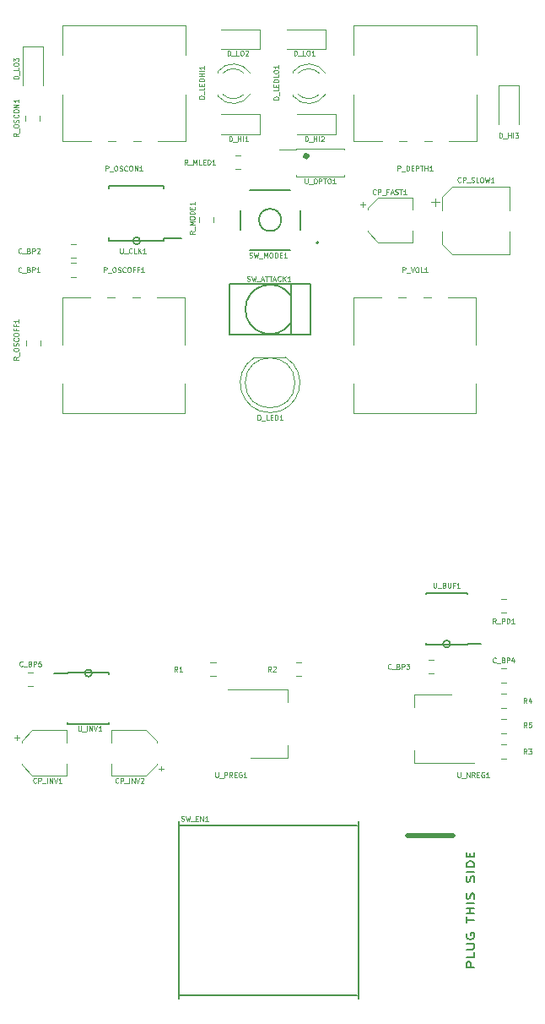
<source format=gbr>
G04 #@! TF.GenerationSoftware,KiCad,Pcbnew,(5.0.0-3-g5ebb6b6)*
G04 #@! TF.CreationDate,2018-11-29T05:39:13+00:00*
G04 #@! TF.ProjectId,Atomizer,41746F6D697A65722E6B696361645F70,rev?*
G04 #@! TF.SameCoordinates,Original*
G04 #@! TF.FileFunction,Legend,Top*
G04 #@! TF.FilePolarity,Positive*
%FSLAX46Y46*%
G04 Gerber Fmt 4.6, Leading zero omitted, Abs format (unit mm)*
G04 Created by KiCad (PCBNEW (5.0.0-3-g5ebb6b6)) date Thursday, 29 November 2018 at 05:39:13*
%MOMM*%
%LPD*%
G01*
G04 APERTURE LIST*
%ADD10C,0.500000*%
%ADD11C,0.200000*%
%ADD12C,0.150000*%
%ADD13C,0.120000*%
%ADD14C,0.127000*%
%ADD15C,0.125000*%
G04 APERTURE END LIST*
D10*
X84428000Y-84455000D02*
G75*
G03X84428000Y-84455000I-100000J0D01*
G01*
D11*
X98784210Y-133350000D02*
G75*
G03X98784210Y-133350000I-359210J0D01*
G01*
X67669210Y-92964000D02*
G75*
G03X67669210Y-92964000I-359210J0D01*
G01*
D10*
X94488000Y-152527000D02*
X99060000Y-152527000D01*
D11*
X62843210Y-136271000D02*
G75*
G03X62843210Y-136271000I-359210J0D01*
G01*
X101199904Y-165758095D02*
X100399904Y-165758095D01*
X100399904Y-165377142D01*
X100438000Y-165281904D01*
X100476095Y-165234285D01*
X100552285Y-165186666D01*
X100666571Y-165186666D01*
X100742761Y-165234285D01*
X100780857Y-165281904D01*
X100818952Y-165377142D01*
X100818952Y-165758095D01*
X101199904Y-164281904D02*
X101199904Y-164758095D01*
X100399904Y-164758095D01*
X100399904Y-163948571D02*
X101047523Y-163948571D01*
X101123714Y-163900952D01*
X101161809Y-163853333D01*
X101199904Y-163758095D01*
X101199904Y-163567619D01*
X101161809Y-163472380D01*
X101123714Y-163424761D01*
X101047523Y-163377142D01*
X100399904Y-163377142D01*
X100438000Y-162377142D02*
X100399904Y-162472380D01*
X100399904Y-162615238D01*
X100438000Y-162758095D01*
X100514190Y-162853333D01*
X100590380Y-162900952D01*
X100742761Y-162948571D01*
X100857047Y-162948571D01*
X101009428Y-162900952D01*
X101085619Y-162853333D01*
X101161809Y-162758095D01*
X101199904Y-162615238D01*
X101199904Y-162520000D01*
X101161809Y-162377142D01*
X101123714Y-162329523D01*
X100857047Y-162329523D01*
X100857047Y-162520000D01*
X100399904Y-161281904D02*
X100399904Y-160710476D01*
X101199904Y-160996190D02*
X100399904Y-160996190D01*
X101199904Y-160377142D02*
X100399904Y-160377142D01*
X100780857Y-160377142D02*
X100780857Y-159805714D01*
X101199904Y-159805714D02*
X100399904Y-159805714D01*
X101199904Y-159329523D02*
X100399904Y-159329523D01*
X101161809Y-158900952D02*
X101199904Y-158758095D01*
X101199904Y-158520000D01*
X101161809Y-158424761D01*
X101123714Y-158377142D01*
X101047523Y-158329523D01*
X100971333Y-158329523D01*
X100895142Y-158377142D01*
X100857047Y-158424761D01*
X100818952Y-158520000D01*
X100780857Y-158710476D01*
X100742761Y-158805714D01*
X100704666Y-158853333D01*
X100628476Y-158900952D01*
X100552285Y-158900952D01*
X100476095Y-158853333D01*
X100438000Y-158805714D01*
X100399904Y-158710476D01*
X100399904Y-158472380D01*
X100438000Y-158329523D01*
X101161809Y-157186666D02*
X101199904Y-157043809D01*
X101199904Y-156805714D01*
X101161809Y-156710476D01*
X101123714Y-156662857D01*
X101047523Y-156615238D01*
X100971333Y-156615238D01*
X100895142Y-156662857D01*
X100857047Y-156710476D01*
X100818952Y-156805714D01*
X100780857Y-156996190D01*
X100742761Y-157091428D01*
X100704666Y-157139047D01*
X100628476Y-157186666D01*
X100552285Y-157186666D01*
X100476095Y-157139047D01*
X100438000Y-157091428D01*
X100399904Y-156996190D01*
X100399904Y-156758095D01*
X100438000Y-156615238D01*
X101199904Y-156186666D02*
X100399904Y-156186666D01*
X101199904Y-155710476D02*
X100399904Y-155710476D01*
X100399904Y-155472380D01*
X100438000Y-155329523D01*
X100514190Y-155234285D01*
X100590380Y-155186666D01*
X100742761Y-155139047D01*
X100857047Y-155139047D01*
X101009428Y-155186666D01*
X101085619Y-155234285D01*
X101161809Y-155329523D01*
X101199904Y-155472380D01*
X101199904Y-155710476D01*
X100780857Y-154710476D02*
X100780857Y-154377142D01*
X101199904Y-154234285D02*
X101199904Y-154710476D01*
X100399904Y-154710476D01*
X100399904Y-154234285D01*
D12*
G04 #@! TO.C,U_CLK1*
X70060000Y-92925000D02*
X70060000Y-92720000D01*
X64560000Y-92925000D02*
X64560000Y-92625000D01*
X64560000Y-87415000D02*
X64560000Y-87715000D01*
X70060000Y-87415000D02*
X70060000Y-87715000D01*
X70060000Y-92925000D02*
X64560000Y-92925000D01*
X70060000Y-87415000D02*
X64560000Y-87415000D01*
X70060000Y-92720000D02*
X71810000Y-92720000D01*
D13*
G04 #@! TO.C,P_VOL1*
X101380000Y-110260000D02*
X89040000Y-110260000D01*
X91840000Y-98670000D02*
X89040000Y-98670000D01*
X94339000Y-98670000D02*
X93580000Y-98670000D01*
X96839000Y-98670000D02*
X96080000Y-98670000D01*
X101380000Y-98670000D02*
X98581000Y-98670000D01*
X89040000Y-107245000D02*
X89040000Y-110260000D01*
X89040000Y-98670000D02*
X89040000Y-103336000D01*
X101380000Y-107245000D02*
X101380000Y-110260000D01*
X101380000Y-98670000D02*
X101380000Y-103336000D01*
G04 #@! TO.C,P_OSCON1*
X59910000Y-82940000D02*
X59910000Y-78274000D01*
X59910000Y-74365000D02*
X59910000Y-71350000D01*
X72250000Y-82940000D02*
X72250000Y-78274000D01*
X72250000Y-74365000D02*
X72250000Y-71350000D01*
X59910000Y-82940000D02*
X62709000Y-82940000D01*
X64451000Y-82940000D02*
X65210000Y-82940000D01*
X66951000Y-82940000D02*
X67710000Y-82940000D01*
X69450000Y-82940000D02*
X72250000Y-82940000D01*
X59910000Y-71350000D02*
X72250000Y-71350000D01*
D12*
G04 #@! TO.C,SW_EN1*
X89433400Y-168541700D02*
X72923400Y-168541700D01*
X72923400Y-168541700D02*
X71653400Y-168541700D01*
X71526400Y-168922700D02*
X71526400Y-151142700D01*
X71653400Y-151523700D02*
X89433400Y-151523700D01*
X89560400Y-151142700D02*
X89560400Y-168922700D01*
D13*
G04 #@! TO.C,D_LED1*
X80708279Y-110178000D02*
G75*
G03X82253571Y-104628000I462J2990000D01*
G01*
X80709203Y-110178000D02*
G75*
G02X79163911Y-104628000I-462J2990000D01*
G01*
X83208741Y-107188000D02*
G75*
G03X83208741Y-107188000I-2500000J0D01*
G01*
X82253741Y-104628000D02*
X79163741Y-104628000D01*
G04 #@! TO.C,U_NREG1*
X101191500Y-145269000D02*
X95181500Y-145269000D01*
X98941500Y-138449000D02*
X95181500Y-138449000D01*
X95181500Y-145269000D02*
X95181500Y-144009000D01*
X95181500Y-138449000D02*
X95181500Y-139709000D01*
G04 #@! TO.C,C_BP1*
X61221252Y-96595000D02*
X60698748Y-96595000D01*
X61221252Y-95175000D02*
X60698748Y-95175000D01*
G04 #@! TO.C,C_BP3*
X97153252Y-134926000D02*
X96630748Y-134926000D01*
X97153252Y-136346000D02*
X96630748Y-136346000D01*
G04 #@! TO.C,C_BP4*
X103878748Y-137235000D02*
X104401252Y-137235000D01*
X103878748Y-135815000D02*
X104401252Y-135815000D01*
G04 #@! TO.C,C_BP5*
X56380748Y-136196000D02*
X56903252Y-136196000D01*
X56380748Y-137616000D02*
X56903252Y-137616000D01*
G04 #@! TO.C,P_DEPTH1*
X89120000Y-82940000D02*
X89120000Y-78274000D01*
X89120000Y-74365000D02*
X89120000Y-71350000D01*
X101460000Y-82940000D02*
X101460000Y-78274000D01*
X101460000Y-74365000D02*
X101460000Y-71350000D01*
X89120000Y-82940000D02*
X91919000Y-82940000D01*
X93661000Y-82940000D02*
X94420000Y-82940000D01*
X96161000Y-82940000D02*
X96920000Y-82940000D01*
X98660000Y-82940000D02*
X101460000Y-82940000D01*
X89120000Y-71350000D02*
X101460000Y-71350000D01*
G04 #@! TO.C,R1*
X75242052Y-135180000D02*
X74719548Y-135180000D01*
X75242052Y-136600000D02*
X74719548Y-136600000D01*
G04 #@! TO.C,R2*
X83827252Y-136600000D02*
X83304748Y-136600000D01*
X83827252Y-135180000D02*
X83304748Y-135180000D01*
G04 #@! TO.C,R3*
X103878748Y-143435000D02*
X104401252Y-143435000D01*
X103878748Y-144855000D02*
X104401252Y-144855000D01*
G04 #@! TO.C,R4*
X104401252Y-139775000D02*
X103878748Y-139775000D01*
X104401252Y-138355000D02*
X103878748Y-138355000D01*
G04 #@! TO.C,R5*
X104401252Y-140895000D02*
X103878748Y-140895000D01*
X104401252Y-142315000D02*
X103878748Y-142315000D01*
D12*
G04 #@! TO.C,U_BUF1*
X100500000Y-133335000D02*
X101900000Y-133335000D01*
X100500000Y-128235000D02*
X96350000Y-128235000D01*
X100500000Y-133385000D02*
X96350000Y-133385000D01*
X100500000Y-128235000D02*
X100500000Y-128380000D01*
X96350000Y-128235000D02*
X96350000Y-128380000D01*
X96350000Y-133385000D02*
X96350000Y-133240000D01*
X100500000Y-133385000D02*
X100500000Y-133335000D01*
D13*
G04 #@! TO.C,U_PREG1*
X82491500Y-144761000D02*
X82491500Y-143501000D01*
X82491500Y-137941000D02*
X82491500Y-139201000D01*
X78731500Y-144761000D02*
X82491500Y-144761000D01*
X76481500Y-137941000D02*
X82491500Y-137941000D01*
G04 #@! TO.C,CP_INV1*
X55289000Y-142462000D02*
X55289000Y-142962000D01*
X55039000Y-142712000D02*
X55539000Y-142712000D01*
X55779000Y-145467563D02*
X56843437Y-146532000D01*
X55779000Y-143076437D02*
X56843437Y-142012000D01*
X55779000Y-143076437D02*
X55779000Y-143212000D01*
X55779000Y-145467563D02*
X55779000Y-145332000D01*
X56843437Y-146532000D02*
X60299000Y-146532000D01*
X56843437Y-142012000D02*
X60299000Y-142012000D01*
X60299000Y-142012000D02*
X60299000Y-143212000D01*
X60299000Y-146532000D02*
X60299000Y-145332000D01*
G04 #@! TO.C,CP_INV2*
X64796000Y-142012000D02*
X64796000Y-143212000D01*
X64796000Y-146532000D02*
X64796000Y-145332000D01*
X68251563Y-146532000D02*
X64796000Y-146532000D01*
X68251563Y-142012000D02*
X64796000Y-142012000D01*
X69316000Y-143076437D02*
X69316000Y-143212000D01*
X69316000Y-145467563D02*
X69316000Y-145332000D01*
X69316000Y-145467563D02*
X68251563Y-146532000D01*
X69316000Y-143076437D02*
X68251563Y-142012000D01*
X70056000Y-145832000D02*
X69556000Y-145832000D01*
X69806000Y-146082000D02*
X69806000Y-145582000D01*
G04 #@! TO.C,R_OSCOFF1*
X56249500Y-102926248D02*
X56249500Y-103448752D01*
X57669500Y-102926248D02*
X57669500Y-103448752D01*
G04 #@! TO.C,R_OSCON1*
X56186000Y-80906252D02*
X56186000Y-80383748D01*
X57606000Y-80906252D02*
X57606000Y-80383748D01*
G04 #@! TO.C,P_OSCOFF1*
X72170000Y-110260000D02*
X59830000Y-110260000D01*
X62630000Y-98670000D02*
X59830000Y-98670000D01*
X65129000Y-98670000D02*
X64370000Y-98670000D01*
X67629000Y-98670000D02*
X66870000Y-98670000D01*
X72170000Y-98670000D02*
X69371000Y-98670000D01*
X59830000Y-107245000D02*
X59830000Y-110260000D01*
X59830000Y-98670000D02*
X59830000Y-103336000D01*
X72170000Y-107245000D02*
X72170000Y-110260000D01*
X72170000Y-98670000D02*
X72170000Y-103336000D01*
D12*
G04 #@! TO.C,U_INV1*
X60409000Y-136286000D02*
X59009000Y-136286000D01*
X60409000Y-141386000D02*
X64559000Y-141386000D01*
X60409000Y-136236000D02*
X64559000Y-136236000D01*
X60409000Y-141386000D02*
X60409000Y-141241000D01*
X64559000Y-141386000D02*
X64559000Y-141241000D01*
X64559000Y-136236000D02*
X64559000Y-136381000D01*
X60409000Y-136236000D02*
X60409000Y-136286000D01*
D13*
G04 #@! TO.C,U_OPTO1*
X88125000Y-83690000D02*
X88125000Y-83840000D01*
X83325000Y-83690000D02*
X88125000Y-83690000D01*
X83325000Y-83840000D02*
X83325000Y-83690000D01*
X83325000Y-86490000D02*
X83325000Y-86340000D01*
X88125000Y-86490000D02*
X83325000Y-86490000D01*
X88125000Y-86340000D02*
X88125000Y-86490000D01*
X83325000Y-83840000D02*
X81625000Y-83840000D01*
G04 #@! TO.C,CP_FAST1*
X95033500Y-93128500D02*
X95033500Y-91928500D01*
X95033500Y-88608500D02*
X95033500Y-89808500D01*
X91577937Y-88608500D02*
X95033500Y-88608500D01*
X91577937Y-93128500D02*
X95033500Y-93128500D01*
X90513500Y-92064063D02*
X90513500Y-91928500D01*
X90513500Y-89672937D02*
X90513500Y-89808500D01*
X90513500Y-89672937D02*
X91577937Y-88608500D01*
X90513500Y-92064063D02*
X91577937Y-93128500D01*
X89773500Y-89308500D02*
X90273500Y-89308500D01*
X90023500Y-89058500D02*
X90023500Y-89558500D01*
G04 #@! TO.C,CP_SLOW1*
X104756000Y-94342000D02*
X104756000Y-91992000D01*
X104756000Y-87522000D02*
X104756000Y-89872000D01*
X99000437Y-87522000D02*
X104756000Y-87522000D01*
X99000437Y-94342000D02*
X104756000Y-94342000D01*
X97936000Y-93277563D02*
X97936000Y-91992000D01*
X97936000Y-88586437D02*
X97936000Y-89872000D01*
X97936000Y-88586437D02*
X99000437Y-87522000D01*
X97936000Y-93277563D02*
X99000437Y-94342000D01*
X96908500Y-89084500D02*
X97696000Y-89084500D01*
X97302250Y-88690750D02*
X97302250Y-89478250D01*
D12*
G04 #@! TO.C,SW_ATTACK1*
X82781918Y-98466461D02*
G75*
G03X82781381Y-101178360I-2073177J-1355539D01*
G01*
X82791541Y-102362000D02*
X82791541Y-97282000D01*
X84772741Y-97282000D02*
X76644741Y-97282000D01*
X84772741Y-102362000D02*
X84772741Y-97282000D01*
X76644741Y-102362000D02*
X84772741Y-102362000D01*
X76644741Y-97282000D02*
X76644741Y-102362000D01*
D13*
G04 #@! TO.C,C_BP2*
X61221252Y-94690000D02*
X60698748Y-94690000D01*
X61221252Y-93270000D02*
X60698748Y-93270000D01*
G04 #@! TO.C,R_MODE1*
X73585000Y-91066252D02*
X73585000Y-90543748D01*
X75005000Y-91066252D02*
X75005000Y-90543748D01*
G04 #@! TO.C,R_PD1*
X103878748Y-128830000D02*
X104401252Y-128830000D01*
X103878748Y-130250000D02*
X104401252Y-130250000D01*
D14*
G04 #@! TO.C,SW_MODE1*
X82708500Y-93868500D02*
X78708500Y-93868500D01*
X77708500Y-91868500D02*
X77708500Y-89868500D01*
X83708500Y-91868500D02*
X83708500Y-89868500D01*
X82708500Y-87868500D02*
X78708500Y-87868500D01*
X81826530Y-90868500D02*
G75*
G03X81826530Y-90868500I-1118030J0D01*
G01*
D11*
X85541500Y-93139600D02*
G75*
G03X85541500Y-93139600I-100000J0D01*
G01*
D13*
G04 #@! TO.C,D_HI1*
X79720000Y-82280000D02*
X75820000Y-82280000D01*
X79720000Y-80280000D02*
X75820000Y-80280000D01*
X79720000Y-82280000D02*
X79720000Y-80280000D01*
G04 #@! TO.C,D_HI2*
X87340000Y-82280000D02*
X87340000Y-80280000D01*
X87340000Y-80280000D02*
X83440000Y-80280000D01*
X87340000Y-82280000D02*
X83440000Y-82280000D01*
G04 #@! TO.C,D_HI3*
X105648000Y-77379000D02*
X105648000Y-81279000D01*
X103648000Y-77379000D02*
X103648000Y-81279000D01*
X105648000Y-77379000D02*
X103648000Y-77379000D01*
G04 #@! TO.C,D_LEDHI1*
X75465500Y-78296000D02*
X75465500Y-78452000D01*
X75465500Y-75980000D02*
X75465500Y-76136000D01*
X78066630Y-78295837D02*
G75*
G02X75984539Y-78296000I-1041130J1079837D01*
G01*
X78066630Y-76136163D02*
G75*
G03X75984539Y-76136000I-1041130J-1079837D01*
G01*
X78697835Y-78294608D02*
G75*
G02X75465500Y-78451516I-1672335J1078608D01*
G01*
X78697835Y-76137392D02*
G75*
G03X75465500Y-75980484I-1672335J-1078608D01*
G01*
G04 #@! TO.C,D_LEDLO1*
X86254335Y-76137392D02*
G75*
G03X83022000Y-75980484I-1672335J-1078608D01*
G01*
X86254335Y-78294608D02*
G75*
G02X83022000Y-78451516I-1672335J1078608D01*
G01*
X85623130Y-76136163D02*
G75*
G03X83541039Y-76136000I-1041130J-1079837D01*
G01*
X85623130Y-78295837D02*
G75*
G02X83541039Y-78296000I-1041130J1079837D01*
G01*
X83022000Y-75980000D02*
X83022000Y-76136000D01*
X83022000Y-78296000D02*
X83022000Y-78452000D01*
G04 #@! TO.C,D_LO1*
X86324000Y-73771000D02*
X82424000Y-73771000D01*
X86324000Y-71771000D02*
X82424000Y-71771000D01*
X86324000Y-73771000D02*
X86324000Y-71771000D01*
G04 #@! TO.C,D_LO2*
X79720000Y-73771000D02*
X79720000Y-71771000D01*
X79720000Y-71771000D02*
X75820000Y-71771000D01*
X79720000Y-73771000D02*
X75820000Y-73771000D01*
G04 #@! TO.C,D_LO3*
X57896000Y-73442000D02*
X55896000Y-73442000D01*
X55896000Y-73442000D02*
X55896000Y-77342000D01*
X57896000Y-73442000D02*
X57896000Y-77342000D01*
G04 #@! TO.C,R_MLED1*
X77208748Y-84380000D02*
X77731252Y-84380000D01*
X77208748Y-85800000D02*
X77731252Y-85800000D01*
G04 #@! TO.C,U_CLK1*
D15*
X65655190Y-93706190D02*
X65655190Y-94110952D01*
X65679000Y-94158571D01*
X65702809Y-94182380D01*
X65750428Y-94206190D01*
X65845666Y-94206190D01*
X65893285Y-94182380D01*
X65917095Y-94158571D01*
X65940904Y-94110952D01*
X65940904Y-93706190D01*
X66059952Y-94253809D02*
X66440904Y-94253809D01*
X66845666Y-94158571D02*
X66821857Y-94182380D01*
X66750428Y-94206190D01*
X66702809Y-94206190D01*
X66631380Y-94182380D01*
X66583761Y-94134761D01*
X66559952Y-94087142D01*
X66536142Y-93991904D01*
X66536142Y-93920476D01*
X66559952Y-93825238D01*
X66583761Y-93777619D01*
X66631380Y-93730000D01*
X66702809Y-93706190D01*
X66750428Y-93706190D01*
X66821857Y-93730000D01*
X66845666Y-93753809D01*
X67298047Y-94206190D02*
X67059952Y-94206190D01*
X67059952Y-93706190D01*
X67464714Y-94206190D02*
X67464714Y-93706190D01*
X67750428Y-94206190D02*
X67536142Y-93920476D01*
X67750428Y-93706190D02*
X67464714Y-93991904D01*
X68226619Y-94206190D02*
X67940904Y-94206190D01*
X68083761Y-94206190D02*
X68083761Y-93706190D01*
X68036142Y-93777619D01*
X67988523Y-93825238D01*
X67940904Y-93849047D01*
G04 #@! TO.C,P_VOL1*
X94011904Y-96111190D02*
X94011904Y-95611190D01*
X94202380Y-95611190D01*
X94250000Y-95635000D01*
X94273809Y-95658809D01*
X94297619Y-95706428D01*
X94297619Y-95777857D01*
X94273809Y-95825476D01*
X94250000Y-95849285D01*
X94202380Y-95873095D01*
X94011904Y-95873095D01*
X94392857Y-96158809D02*
X94773809Y-96158809D01*
X94821428Y-95611190D02*
X94988095Y-96111190D01*
X95154761Y-95611190D01*
X95416666Y-95611190D02*
X95511904Y-95611190D01*
X95559523Y-95635000D01*
X95607142Y-95682619D01*
X95630952Y-95777857D01*
X95630952Y-95944523D01*
X95607142Y-96039761D01*
X95559523Y-96087380D01*
X95511904Y-96111190D01*
X95416666Y-96111190D01*
X95369047Y-96087380D01*
X95321428Y-96039761D01*
X95297619Y-95944523D01*
X95297619Y-95777857D01*
X95321428Y-95682619D01*
X95369047Y-95635000D01*
X95416666Y-95611190D01*
X96083333Y-96111190D02*
X95845238Y-96111190D01*
X95845238Y-95611190D01*
X96511904Y-96111190D02*
X96226190Y-96111190D01*
X96369047Y-96111190D02*
X96369047Y-95611190D01*
X96321428Y-95682619D01*
X96273809Y-95730238D01*
X96226190Y-95754047D01*
G04 #@! TO.C,P_OSCON1*
X64206666Y-85951190D02*
X64206666Y-85451190D01*
X64397142Y-85451190D01*
X64444761Y-85475000D01*
X64468571Y-85498809D01*
X64492380Y-85546428D01*
X64492380Y-85617857D01*
X64468571Y-85665476D01*
X64444761Y-85689285D01*
X64397142Y-85713095D01*
X64206666Y-85713095D01*
X64587619Y-85998809D02*
X64968571Y-85998809D01*
X65182857Y-85451190D02*
X65278095Y-85451190D01*
X65325714Y-85475000D01*
X65373333Y-85522619D01*
X65397142Y-85617857D01*
X65397142Y-85784523D01*
X65373333Y-85879761D01*
X65325714Y-85927380D01*
X65278095Y-85951190D01*
X65182857Y-85951190D01*
X65135238Y-85927380D01*
X65087619Y-85879761D01*
X65063809Y-85784523D01*
X65063809Y-85617857D01*
X65087619Y-85522619D01*
X65135238Y-85475000D01*
X65182857Y-85451190D01*
X65587619Y-85927380D02*
X65659047Y-85951190D01*
X65778095Y-85951190D01*
X65825714Y-85927380D01*
X65849523Y-85903571D01*
X65873333Y-85855952D01*
X65873333Y-85808333D01*
X65849523Y-85760714D01*
X65825714Y-85736904D01*
X65778095Y-85713095D01*
X65682857Y-85689285D01*
X65635238Y-85665476D01*
X65611428Y-85641666D01*
X65587619Y-85594047D01*
X65587619Y-85546428D01*
X65611428Y-85498809D01*
X65635238Y-85475000D01*
X65682857Y-85451190D01*
X65801904Y-85451190D01*
X65873333Y-85475000D01*
X66373333Y-85903571D02*
X66349523Y-85927380D01*
X66278095Y-85951190D01*
X66230476Y-85951190D01*
X66159047Y-85927380D01*
X66111428Y-85879761D01*
X66087619Y-85832142D01*
X66063809Y-85736904D01*
X66063809Y-85665476D01*
X66087619Y-85570238D01*
X66111428Y-85522619D01*
X66159047Y-85475000D01*
X66230476Y-85451190D01*
X66278095Y-85451190D01*
X66349523Y-85475000D01*
X66373333Y-85498809D01*
X66682857Y-85451190D02*
X66778095Y-85451190D01*
X66825714Y-85475000D01*
X66873333Y-85522619D01*
X66897142Y-85617857D01*
X66897142Y-85784523D01*
X66873333Y-85879761D01*
X66825714Y-85927380D01*
X66778095Y-85951190D01*
X66682857Y-85951190D01*
X66635238Y-85927380D01*
X66587619Y-85879761D01*
X66563809Y-85784523D01*
X66563809Y-85617857D01*
X66587619Y-85522619D01*
X66635238Y-85475000D01*
X66682857Y-85451190D01*
X67111428Y-85951190D02*
X67111428Y-85451190D01*
X67397142Y-85951190D01*
X67397142Y-85451190D01*
X67897142Y-85951190D02*
X67611428Y-85951190D01*
X67754285Y-85951190D02*
X67754285Y-85451190D01*
X67706666Y-85522619D01*
X67659047Y-85570238D01*
X67611428Y-85594047D01*
G04 #@! TO.C,SW_EN1*
X71806761Y-151078380D02*
X71878190Y-151102190D01*
X71997238Y-151102190D01*
X72044857Y-151078380D01*
X72068666Y-151054571D01*
X72092476Y-151006952D01*
X72092476Y-150959333D01*
X72068666Y-150911714D01*
X72044857Y-150887904D01*
X71997238Y-150864095D01*
X71902000Y-150840285D01*
X71854380Y-150816476D01*
X71830571Y-150792666D01*
X71806761Y-150745047D01*
X71806761Y-150697428D01*
X71830571Y-150649809D01*
X71854380Y-150626000D01*
X71902000Y-150602190D01*
X72021047Y-150602190D01*
X72092476Y-150626000D01*
X72259142Y-150602190D02*
X72378190Y-151102190D01*
X72473428Y-150745047D01*
X72568666Y-151102190D01*
X72687714Y-150602190D01*
X72759142Y-151149809D02*
X73140095Y-151149809D01*
X73259142Y-150840285D02*
X73425809Y-150840285D01*
X73497238Y-151102190D02*
X73259142Y-151102190D01*
X73259142Y-150602190D01*
X73497238Y-150602190D01*
X73711523Y-151102190D02*
X73711523Y-150602190D01*
X73997238Y-151102190D01*
X73997238Y-150602190D01*
X74497238Y-151102190D02*
X74211523Y-151102190D01*
X74354380Y-151102190D02*
X74354380Y-150602190D01*
X74306761Y-150673619D01*
X74259142Y-150721238D01*
X74211523Y-150745047D01*
G04 #@! TO.C,D_LED1*
X79470404Y-110906690D02*
X79470404Y-110406690D01*
X79589452Y-110406690D01*
X79660880Y-110430500D01*
X79708500Y-110478119D01*
X79732309Y-110525738D01*
X79756119Y-110620976D01*
X79756119Y-110692404D01*
X79732309Y-110787642D01*
X79708500Y-110835261D01*
X79660880Y-110882880D01*
X79589452Y-110906690D01*
X79470404Y-110906690D01*
X79851357Y-110954309D02*
X80232309Y-110954309D01*
X80589452Y-110906690D02*
X80351357Y-110906690D01*
X80351357Y-110406690D01*
X80756119Y-110644785D02*
X80922785Y-110644785D01*
X80994214Y-110906690D02*
X80756119Y-110906690D01*
X80756119Y-110406690D01*
X80994214Y-110406690D01*
X81208500Y-110906690D02*
X81208500Y-110406690D01*
X81327547Y-110406690D01*
X81398976Y-110430500D01*
X81446595Y-110478119D01*
X81470404Y-110525738D01*
X81494214Y-110620976D01*
X81494214Y-110692404D01*
X81470404Y-110787642D01*
X81446595Y-110835261D01*
X81398976Y-110882880D01*
X81327547Y-110906690D01*
X81208500Y-110906690D01*
X81970404Y-110906690D02*
X81684690Y-110906690D01*
X81827547Y-110906690D02*
X81827547Y-110406690D01*
X81779928Y-110478119D01*
X81732309Y-110525738D01*
X81684690Y-110549547D01*
G04 #@! TO.C,U_NREG1*
X99532476Y-146220690D02*
X99532476Y-146625452D01*
X99556285Y-146673071D01*
X99580095Y-146696880D01*
X99627714Y-146720690D01*
X99722952Y-146720690D01*
X99770571Y-146696880D01*
X99794380Y-146673071D01*
X99818190Y-146625452D01*
X99818190Y-146220690D01*
X99937238Y-146768309D02*
X100318190Y-146768309D01*
X100437238Y-146720690D02*
X100437238Y-146220690D01*
X100722952Y-146720690D01*
X100722952Y-146220690D01*
X101246761Y-146720690D02*
X101080095Y-146482595D01*
X100961047Y-146720690D02*
X100961047Y-146220690D01*
X101151523Y-146220690D01*
X101199142Y-146244500D01*
X101222952Y-146268309D01*
X101246761Y-146315928D01*
X101246761Y-146387357D01*
X101222952Y-146434976D01*
X101199142Y-146458785D01*
X101151523Y-146482595D01*
X100961047Y-146482595D01*
X101461047Y-146458785D02*
X101627714Y-146458785D01*
X101699142Y-146720690D02*
X101461047Y-146720690D01*
X101461047Y-146220690D01*
X101699142Y-146220690D01*
X102175333Y-146244500D02*
X102127714Y-146220690D01*
X102056285Y-146220690D01*
X101984857Y-146244500D01*
X101937238Y-146292119D01*
X101913428Y-146339738D01*
X101889619Y-146434976D01*
X101889619Y-146506404D01*
X101913428Y-146601642D01*
X101937238Y-146649261D01*
X101984857Y-146696880D01*
X102056285Y-146720690D01*
X102103904Y-146720690D01*
X102175333Y-146696880D01*
X102199142Y-146673071D01*
X102199142Y-146506404D01*
X102103904Y-146506404D01*
X102675333Y-146720690D02*
X102389619Y-146720690D01*
X102532476Y-146720690D02*
X102532476Y-146220690D01*
X102484857Y-146292119D01*
X102437238Y-146339738D01*
X102389619Y-146363547D01*
G04 #@! TO.C,C_BP1*
X55741190Y-96063571D02*
X55717380Y-96087380D01*
X55645952Y-96111190D01*
X55598333Y-96111190D01*
X55526904Y-96087380D01*
X55479285Y-96039761D01*
X55455476Y-95992142D01*
X55431666Y-95896904D01*
X55431666Y-95825476D01*
X55455476Y-95730238D01*
X55479285Y-95682619D01*
X55526904Y-95635000D01*
X55598333Y-95611190D01*
X55645952Y-95611190D01*
X55717380Y-95635000D01*
X55741190Y-95658809D01*
X55836428Y-96158809D02*
X56217380Y-96158809D01*
X56503095Y-95849285D02*
X56574523Y-95873095D01*
X56598333Y-95896904D01*
X56622142Y-95944523D01*
X56622142Y-96015952D01*
X56598333Y-96063571D01*
X56574523Y-96087380D01*
X56526904Y-96111190D01*
X56336428Y-96111190D01*
X56336428Y-95611190D01*
X56503095Y-95611190D01*
X56550714Y-95635000D01*
X56574523Y-95658809D01*
X56598333Y-95706428D01*
X56598333Y-95754047D01*
X56574523Y-95801666D01*
X56550714Y-95825476D01*
X56503095Y-95849285D01*
X56336428Y-95849285D01*
X56836428Y-96111190D02*
X56836428Y-95611190D01*
X57026904Y-95611190D01*
X57074523Y-95635000D01*
X57098333Y-95658809D01*
X57122142Y-95706428D01*
X57122142Y-95777857D01*
X57098333Y-95825476D01*
X57074523Y-95849285D01*
X57026904Y-95873095D01*
X56836428Y-95873095D01*
X57598333Y-96111190D02*
X57312619Y-96111190D01*
X57455476Y-96111190D02*
X57455476Y-95611190D01*
X57407857Y-95682619D01*
X57360238Y-95730238D01*
X57312619Y-95754047D01*
G04 #@! TO.C,C_BP3*
X92825190Y-135814571D02*
X92801380Y-135838380D01*
X92729952Y-135862190D01*
X92682333Y-135862190D01*
X92610904Y-135838380D01*
X92563285Y-135790761D01*
X92539476Y-135743142D01*
X92515666Y-135647904D01*
X92515666Y-135576476D01*
X92539476Y-135481238D01*
X92563285Y-135433619D01*
X92610904Y-135386000D01*
X92682333Y-135362190D01*
X92729952Y-135362190D01*
X92801380Y-135386000D01*
X92825190Y-135409809D01*
X92920428Y-135909809D02*
X93301380Y-135909809D01*
X93587095Y-135600285D02*
X93658523Y-135624095D01*
X93682333Y-135647904D01*
X93706142Y-135695523D01*
X93706142Y-135766952D01*
X93682333Y-135814571D01*
X93658523Y-135838380D01*
X93610904Y-135862190D01*
X93420428Y-135862190D01*
X93420428Y-135362190D01*
X93587095Y-135362190D01*
X93634714Y-135386000D01*
X93658523Y-135409809D01*
X93682333Y-135457428D01*
X93682333Y-135505047D01*
X93658523Y-135552666D01*
X93634714Y-135576476D01*
X93587095Y-135600285D01*
X93420428Y-135600285D01*
X93920428Y-135862190D02*
X93920428Y-135362190D01*
X94110904Y-135362190D01*
X94158523Y-135386000D01*
X94182333Y-135409809D01*
X94206142Y-135457428D01*
X94206142Y-135528857D01*
X94182333Y-135576476D01*
X94158523Y-135600285D01*
X94110904Y-135624095D01*
X93920428Y-135624095D01*
X94372809Y-135362190D02*
X94682333Y-135362190D01*
X94515666Y-135552666D01*
X94587095Y-135552666D01*
X94634714Y-135576476D01*
X94658523Y-135600285D01*
X94682333Y-135647904D01*
X94682333Y-135766952D01*
X94658523Y-135814571D01*
X94634714Y-135838380D01*
X94587095Y-135862190D01*
X94444238Y-135862190D01*
X94396619Y-135838380D01*
X94372809Y-135814571D01*
G04 #@! TO.C,C_BP4*
X103366190Y-135179571D02*
X103342380Y-135203380D01*
X103270952Y-135227190D01*
X103223333Y-135227190D01*
X103151904Y-135203380D01*
X103104285Y-135155761D01*
X103080476Y-135108142D01*
X103056666Y-135012904D01*
X103056666Y-134941476D01*
X103080476Y-134846238D01*
X103104285Y-134798619D01*
X103151904Y-134751000D01*
X103223333Y-134727190D01*
X103270952Y-134727190D01*
X103342380Y-134751000D01*
X103366190Y-134774809D01*
X103461428Y-135274809D02*
X103842380Y-135274809D01*
X104128095Y-134965285D02*
X104199523Y-134989095D01*
X104223333Y-135012904D01*
X104247142Y-135060523D01*
X104247142Y-135131952D01*
X104223333Y-135179571D01*
X104199523Y-135203380D01*
X104151904Y-135227190D01*
X103961428Y-135227190D01*
X103961428Y-134727190D01*
X104128095Y-134727190D01*
X104175714Y-134751000D01*
X104199523Y-134774809D01*
X104223333Y-134822428D01*
X104223333Y-134870047D01*
X104199523Y-134917666D01*
X104175714Y-134941476D01*
X104128095Y-134965285D01*
X103961428Y-134965285D01*
X104461428Y-135227190D02*
X104461428Y-134727190D01*
X104651904Y-134727190D01*
X104699523Y-134751000D01*
X104723333Y-134774809D01*
X104747142Y-134822428D01*
X104747142Y-134893857D01*
X104723333Y-134941476D01*
X104699523Y-134965285D01*
X104651904Y-134989095D01*
X104461428Y-134989095D01*
X105175714Y-134893857D02*
X105175714Y-135227190D01*
X105056666Y-134703380D02*
X104937619Y-135060523D01*
X105247142Y-135060523D01*
G04 #@! TO.C,C_BP5*
X55868190Y-135560571D02*
X55844380Y-135584380D01*
X55772952Y-135608190D01*
X55725333Y-135608190D01*
X55653904Y-135584380D01*
X55606285Y-135536761D01*
X55582476Y-135489142D01*
X55558666Y-135393904D01*
X55558666Y-135322476D01*
X55582476Y-135227238D01*
X55606285Y-135179619D01*
X55653904Y-135132000D01*
X55725333Y-135108190D01*
X55772952Y-135108190D01*
X55844380Y-135132000D01*
X55868190Y-135155809D01*
X55963428Y-135655809D02*
X56344380Y-135655809D01*
X56630095Y-135346285D02*
X56701523Y-135370095D01*
X56725333Y-135393904D01*
X56749142Y-135441523D01*
X56749142Y-135512952D01*
X56725333Y-135560571D01*
X56701523Y-135584380D01*
X56653904Y-135608190D01*
X56463428Y-135608190D01*
X56463428Y-135108190D01*
X56630095Y-135108190D01*
X56677714Y-135132000D01*
X56701523Y-135155809D01*
X56725333Y-135203428D01*
X56725333Y-135251047D01*
X56701523Y-135298666D01*
X56677714Y-135322476D01*
X56630095Y-135346285D01*
X56463428Y-135346285D01*
X56963428Y-135608190D02*
X56963428Y-135108190D01*
X57153904Y-135108190D01*
X57201523Y-135132000D01*
X57225333Y-135155809D01*
X57249142Y-135203428D01*
X57249142Y-135274857D01*
X57225333Y-135322476D01*
X57201523Y-135346285D01*
X57153904Y-135370095D01*
X56963428Y-135370095D01*
X57701523Y-135108190D02*
X57463428Y-135108190D01*
X57439619Y-135346285D01*
X57463428Y-135322476D01*
X57511047Y-135298666D01*
X57630095Y-135298666D01*
X57677714Y-135322476D01*
X57701523Y-135346285D01*
X57725333Y-135393904D01*
X57725333Y-135512952D01*
X57701523Y-135560571D01*
X57677714Y-135584380D01*
X57630095Y-135608190D01*
X57511047Y-135608190D01*
X57463428Y-135584380D01*
X57439619Y-135560571D01*
G04 #@! TO.C,P_DEPTH1*
X93511904Y-85951190D02*
X93511904Y-85451190D01*
X93702380Y-85451190D01*
X93750000Y-85475000D01*
X93773809Y-85498809D01*
X93797619Y-85546428D01*
X93797619Y-85617857D01*
X93773809Y-85665476D01*
X93750000Y-85689285D01*
X93702380Y-85713095D01*
X93511904Y-85713095D01*
X93892857Y-85998809D02*
X94273809Y-85998809D01*
X94392857Y-85951190D02*
X94392857Y-85451190D01*
X94511904Y-85451190D01*
X94583333Y-85475000D01*
X94630952Y-85522619D01*
X94654761Y-85570238D01*
X94678571Y-85665476D01*
X94678571Y-85736904D01*
X94654761Y-85832142D01*
X94630952Y-85879761D01*
X94583333Y-85927380D01*
X94511904Y-85951190D01*
X94392857Y-85951190D01*
X94892857Y-85689285D02*
X95059523Y-85689285D01*
X95130952Y-85951190D02*
X94892857Y-85951190D01*
X94892857Y-85451190D01*
X95130952Y-85451190D01*
X95345238Y-85951190D02*
X95345238Y-85451190D01*
X95535714Y-85451190D01*
X95583333Y-85475000D01*
X95607142Y-85498809D01*
X95630952Y-85546428D01*
X95630952Y-85617857D01*
X95607142Y-85665476D01*
X95583333Y-85689285D01*
X95535714Y-85713095D01*
X95345238Y-85713095D01*
X95773809Y-85451190D02*
X96059523Y-85451190D01*
X95916666Y-85951190D02*
X95916666Y-85451190D01*
X96226190Y-85951190D02*
X96226190Y-85451190D01*
X96226190Y-85689285D02*
X96511904Y-85689285D01*
X96511904Y-85951190D02*
X96511904Y-85451190D01*
X97011904Y-85951190D02*
X96726190Y-85951190D01*
X96869047Y-85951190D02*
X96869047Y-85451190D01*
X96821428Y-85522619D01*
X96773809Y-85570238D01*
X96726190Y-85594047D01*
G04 #@! TO.C,R1*
X71417666Y-136116190D02*
X71251000Y-135878095D01*
X71131952Y-136116190D02*
X71131952Y-135616190D01*
X71322428Y-135616190D01*
X71370047Y-135640000D01*
X71393857Y-135663809D01*
X71417666Y-135711428D01*
X71417666Y-135782857D01*
X71393857Y-135830476D01*
X71370047Y-135854285D01*
X71322428Y-135878095D01*
X71131952Y-135878095D01*
X71893857Y-136116190D02*
X71608142Y-136116190D01*
X71751000Y-136116190D02*
X71751000Y-135616190D01*
X71703380Y-135687619D01*
X71655761Y-135735238D01*
X71608142Y-135759047D01*
G04 #@! TO.C,R2*
X80815666Y-136116190D02*
X80649000Y-135878095D01*
X80529952Y-136116190D02*
X80529952Y-135616190D01*
X80720428Y-135616190D01*
X80768047Y-135640000D01*
X80791857Y-135663809D01*
X80815666Y-135711428D01*
X80815666Y-135782857D01*
X80791857Y-135830476D01*
X80768047Y-135854285D01*
X80720428Y-135878095D01*
X80529952Y-135878095D01*
X81006142Y-135663809D02*
X81029952Y-135640000D01*
X81077571Y-135616190D01*
X81196619Y-135616190D01*
X81244238Y-135640000D01*
X81268047Y-135663809D01*
X81291857Y-135711428D01*
X81291857Y-135759047D01*
X81268047Y-135830476D01*
X80982333Y-136116190D01*
X81291857Y-136116190D01*
G04 #@! TO.C,R3*
X106469666Y-144371190D02*
X106303000Y-144133095D01*
X106183952Y-144371190D02*
X106183952Y-143871190D01*
X106374428Y-143871190D01*
X106422047Y-143895000D01*
X106445857Y-143918809D01*
X106469666Y-143966428D01*
X106469666Y-144037857D01*
X106445857Y-144085476D01*
X106422047Y-144109285D01*
X106374428Y-144133095D01*
X106183952Y-144133095D01*
X106636333Y-143871190D02*
X106945857Y-143871190D01*
X106779190Y-144061666D01*
X106850619Y-144061666D01*
X106898238Y-144085476D01*
X106922047Y-144109285D01*
X106945857Y-144156904D01*
X106945857Y-144275952D01*
X106922047Y-144323571D01*
X106898238Y-144347380D01*
X106850619Y-144371190D01*
X106707761Y-144371190D01*
X106660142Y-144347380D01*
X106636333Y-144323571D01*
G04 #@! TO.C,R4*
X106469666Y-139291190D02*
X106303000Y-139053095D01*
X106183952Y-139291190D02*
X106183952Y-138791190D01*
X106374428Y-138791190D01*
X106422047Y-138815000D01*
X106445857Y-138838809D01*
X106469666Y-138886428D01*
X106469666Y-138957857D01*
X106445857Y-139005476D01*
X106422047Y-139029285D01*
X106374428Y-139053095D01*
X106183952Y-139053095D01*
X106898238Y-138957857D02*
X106898238Y-139291190D01*
X106779190Y-138767380D02*
X106660142Y-139124523D01*
X106969666Y-139124523D01*
G04 #@! TO.C,R5*
X106469666Y-141704190D02*
X106303000Y-141466095D01*
X106183952Y-141704190D02*
X106183952Y-141204190D01*
X106374428Y-141204190D01*
X106422047Y-141228000D01*
X106445857Y-141251809D01*
X106469666Y-141299428D01*
X106469666Y-141370857D01*
X106445857Y-141418476D01*
X106422047Y-141442285D01*
X106374428Y-141466095D01*
X106183952Y-141466095D01*
X106922047Y-141204190D02*
X106683952Y-141204190D01*
X106660142Y-141442285D01*
X106683952Y-141418476D01*
X106731571Y-141394666D01*
X106850619Y-141394666D01*
X106898238Y-141418476D01*
X106922047Y-141442285D01*
X106945857Y-141489904D01*
X106945857Y-141608952D01*
X106922047Y-141656571D01*
X106898238Y-141680380D01*
X106850619Y-141704190D01*
X106731571Y-141704190D01*
X106683952Y-141680380D01*
X106660142Y-141656571D01*
G04 #@! TO.C,U_BUF1*
X97127380Y-127234190D02*
X97127380Y-127638952D01*
X97151190Y-127686571D01*
X97175000Y-127710380D01*
X97222619Y-127734190D01*
X97317857Y-127734190D01*
X97365476Y-127710380D01*
X97389285Y-127686571D01*
X97413095Y-127638952D01*
X97413095Y-127234190D01*
X97532142Y-127781809D02*
X97913095Y-127781809D01*
X98198809Y-127472285D02*
X98270238Y-127496095D01*
X98294047Y-127519904D01*
X98317857Y-127567523D01*
X98317857Y-127638952D01*
X98294047Y-127686571D01*
X98270238Y-127710380D01*
X98222619Y-127734190D01*
X98032142Y-127734190D01*
X98032142Y-127234190D01*
X98198809Y-127234190D01*
X98246428Y-127258000D01*
X98270238Y-127281809D01*
X98294047Y-127329428D01*
X98294047Y-127377047D01*
X98270238Y-127424666D01*
X98246428Y-127448476D01*
X98198809Y-127472285D01*
X98032142Y-127472285D01*
X98532142Y-127234190D02*
X98532142Y-127638952D01*
X98555952Y-127686571D01*
X98579761Y-127710380D01*
X98627380Y-127734190D01*
X98722619Y-127734190D01*
X98770238Y-127710380D01*
X98794047Y-127686571D01*
X98817857Y-127638952D01*
X98817857Y-127234190D01*
X99222619Y-127472285D02*
X99055952Y-127472285D01*
X99055952Y-127734190D02*
X99055952Y-127234190D01*
X99294047Y-127234190D01*
X99746428Y-127734190D02*
X99460714Y-127734190D01*
X99603571Y-127734190D02*
X99603571Y-127234190D01*
X99555952Y-127305619D01*
X99508333Y-127353238D01*
X99460714Y-127377047D01*
G04 #@! TO.C,U_PREG1*
X75223880Y-146220690D02*
X75223880Y-146625452D01*
X75247690Y-146673071D01*
X75271500Y-146696880D01*
X75319119Y-146720690D01*
X75414357Y-146720690D01*
X75461976Y-146696880D01*
X75485785Y-146673071D01*
X75509595Y-146625452D01*
X75509595Y-146220690D01*
X75628642Y-146768309D02*
X76009595Y-146768309D01*
X76128642Y-146720690D02*
X76128642Y-146220690D01*
X76319119Y-146220690D01*
X76366738Y-146244500D01*
X76390547Y-146268309D01*
X76414357Y-146315928D01*
X76414357Y-146387357D01*
X76390547Y-146434976D01*
X76366738Y-146458785D01*
X76319119Y-146482595D01*
X76128642Y-146482595D01*
X76914357Y-146720690D02*
X76747690Y-146482595D01*
X76628642Y-146720690D02*
X76628642Y-146220690D01*
X76819119Y-146220690D01*
X76866738Y-146244500D01*
X76890547Y-146268309D01*
X76914357Y-146315928D01*
X76914357Y-146387357D01*
X76890547Y-146434976D01*
X76866738Y-146458785D01*
X76819119Y-146482595D01*
X76628642Y-146482595D01*
X77128642Y-146458785D02*
X77295309Y-146458785D01*
X77366738Y-146720690D02*
X77128642Y-146720690D01*
X77128642Y-146220690D01*
X77366738Y-146220690D01*
X77842928Y-146244500D02*
X77795309Y-146220690D01*
X77723880Y-146220690D01*
X77652452Y-146244500D01*
X77604833Y-146292119D01*
X77581023Y-146339738D01*
X77557214Y-146434976D01*
X77557214Y-146506404D01*
X77581023Y-146601642D01*
X77604833Y-146649261D01*
X77652452Y-146696880D01*
X77723880Y-146720690D01*
X77771500Y-146720690D01*
X77842928Y-146696880D01*
X77866738Y-146673071D01*
X77866738Y-146506404D01*
X77771500Y-146506404D01*
X78342928Y-146720690D02*
X78057214Y-146720690D01*
X78200071Y-146720690D02*
X78200071Y-146220690D01*
X78152452Y-146292119D01*
X78104833Y-146339738D01*
X78057214Y-146363547D01*
G04 #@! TO.C,CP_INV1*
X57237452Y-147244571D02*
X57213642Y-147268380D01*
X57142214Y-147292190D01*
X57094595Y-147292190D01*
X57023166Y-147268380D01*
X56975547Y-147220761D01*
X56951738Y-147173142D01*
X56927928Y-147077904D01*
X56927928Y-147006476D01*
X56951738Y-146911238D01*
X56975547Y-146863619D01*
X57023166Y-146816000D01*
X57094595Y-146792190D01*
X57142214Y-146792190D01*
X57213642Y-146816000D01*
X57237452Y-146839809D01*
X57451738Y-147292190D02*
X57451738Y-146792190D01*
X57642214Y-146792190D01*
X57689833Y-146816000D01*
X57713642Y-146839809D01*
X57737452Y-146887428D01*
X57737452Y-146958857D01*
X57713642Y-147006476D01*
X57689833Y-147030285D01*
X57642214Y-147054095D01*
X57451738Y-147054095D01*
X57832690Y-147339809D02*
X58213642Y-147339809D01*
X58332690Y-147292190D02*
X58332690Y-146792190D01*
X58570785Y-147292190D02*
X58570785Y-146792190D01*
X58856500Y-147292190D01*
X58856500Y-146792190D01*
X59023166Y-146792190D02*
X59189833Y-147292190D01*
X59356500Y-146792190D01*
X59785071Y-147292190D02*
X59499357Y-147292190D01*
X59642214Y-147292190D02*
X59642214Y-146792190D01*
X59594595Y-146863619D01*
X59546976Y-146911238D01*
X59499357Y-146935047D01*
G04 #@! TO.C,CP_INV2*
X65492452Y-147244571D02*
X65468642Y-147268380D01*
X65397214Y-147292190D01*
X65349595Y-147292190D01*
X65278166Y-147268380D01*
X65230547Y-147220761D01*
X65206738Y-147173142D01*
X65182928Y-147077904D01*
X65182928Y-147006476D01*
X65206738Y-146911238D01*
X65230547Y-146863619D01*
X65278166Y-146816000D01*
X65349595Y-146792190D01*
X65397214Y-146792190D01*
X65468642Y-146816000D01*
X65492452Y-146839809D01*
X65706738Y-147292190D02*
X65706738Y-146792190D01*
X65897214Y-146792190D01*
X65944833Y-146816000D01*
X65968642Y-146839809D01*
X65992452Y-146887428D01*
X65992452Y-146958857D01*
X65968642Y-147006476D01*
X65944833Y-147030285D01*
X65897214Y-147054095D01*
X65706738Y-147054095D01*
X66087690Y-147339809D02*
X66468642Y-147339809D01*
X66587690Y-147292190D02*
X66587690Y-146792190D01*
X66825785Y-147292190D02*
X66825785Y-146792190D01*
X67111500Y-147292190D01*
X67111500Y-146792190D01*
X67278166Y-146792190D02*
X67444833Y-147292190D01*
X67611500Y-146792190D01*
X67754357Y-146839809D02*
X67778166Y-146816000D01*
X67825785Y-146792190D01*
X67944833Y-146792190D01*
X67992452Y-146816000D01*
X68016261Y-146839809D01*
X68040071Y-146887428D01*
X68040071Y-146935047D01*
X68016261Y-147006476D01*
X67730547Y-147292190D01*
X68040071Y-147292190D01*
G04 #@! TO.C,R_OSCOFF1*
X55471190Y-104584285D02*
X55233095Y-104750952D01*
X55471190Y-104870000D02*
X54971190Y-104870000D01*
X54971190Y-104679523D01*
X54995000Y-104631904D01*
X55018809Y-104608095D01*
X55066428Y-104584285D01*
X55137857Y-104584285D01*
X55185476Y-104608095D01*
X55209285Y-104631904D01*
X55233095Y-104679523D01*
X55233095Y-104870000D01*
X55518809Y-104489047D02*
X55518809Y-104108095D01*
X54971190Y-103893809D02*
X54971190Y-103798571D01*
X54995000Y-103750952D01*
X55042619Y-103703333D01*
X55137857Y-103679523D01*
X55304523Y-103679523D01*
X55399761Y-103703333D01*
X55447380Y-103750952D01*
X55471190Y-103798571D01*
X55471190Y-103893809D01*
X55447380Y-103941428D01*
X55399761Y-103989047D01*
X55304523Y-104012857D01*
X55137857Y-104012857D01*
X55042619Y-103989047D01*
X54995000Y-103941428D01*
X54971190Y-103893809D01*
X55447380Y-103489047D02*
X55471190Y-103417619D01*
X55471190Y-103298571D01*
X55447380Y-103250952D01*
X55423571Y-103227142D01*
X55375952Y-103203333D01*
X55328333Y-103203333D01*
X55280714Y-103227142D01*
X55256904Y-103250952D01*
X55233095Y-103298571D01*
X55209285Y-103393809D01*
X55185476Y-103441428D01*
X55161666Y-103465238D01*
X55114047Y-103489047D01*
X55066428Y-103489047D01*
X55018809Y-103465238D01*
X54995000Y-103441428D01*
X54971190Y-103393809D01*
X54971190Y-103274761D01*
X54995000Y-103203333D01*
X55423571Y-102703333D02*
X55447380Y-102727142D01*
X55471190Y-102798571D01*
X55471190Y-102846190D01*
X55447380Y-102917619D01*
X55399761Y-102965238D01*
X55352142Y-102989047D01*
X55256904Y-103012857D01*
X55185476Y-103012857D01*
X55090238Y-102989047D01*
X55042619Y-102965238D01*
X54995000Y-102917619D01*
X54971190Y-102846190D01*
X54971190Y-102798571D01*
X54995000Y-102727142D01*
X55018809Y-102703333D01*
X54971190Y-102393809D02*
X54971190Y-102298571D01*
X54995000Y-102250952D01*
X55042619Y-102203333D01*
X55137857Y-102179523D01*
X55304523Y-102179523D01*
X55399761Y-102203333D01*
X55447380Y-102250952D01*
X55471190Y-102298571D01*
X55471190Y-102393809D01*
X55447380Y-102441428D01*
X55399761Y-102489047D01*
X55304523Y-102512857D01*
X55137857Y-102512857D01*
X55042619Y-102489047D01*
X54995000Y-102441428D01*
X54971190Y-102393809D01*
X55209285Y-101798571D02*
X55209285Y-101965238D01*
X55471190Y-101965238D02*
X54971190Y-101965238D01*
X54971190Y-101727142D01*
X55209285Y-101370000D02*
X55209285Y-101536666D01*
X55471190Y-101536666D02*
X54971190Y-101536666D01*
X54971190Y-101298571D01*
X55471190Y-100846190D02*
X55471190Y-101131904D01*
X55471190Y-100989047D02*
X54971190Y-100989047D01*
X55042619Y-101036666D01*
X55090238Y-101084285D01*
X55114047Y-101131904D01*
G04 #@! TO.C,R_OSCON1*
X55472190Y-82192619D02*
X55234095Y-82359285D01*
X55472190Y-82478333D02*
X54972190Y-82478333D01*
X54972190Y-82287857D01*
X54996000Y-82240238D01*
X55019809Y-82216428D01*
X55067428Y-82192619D01*
X55138857Y-82192619D01*
X55186476Y-82216428D01*
X55210285Y-82240238D01*
X55234095Y-82287857D01*
X55234095Y-82478333D01*
X55519809Y-82097380D02*
X55519809Y-81716428D01*
X54972190Y-81502142D02*
X54972190Y-81406904D01*
X54996000Y-81359285D01*
X55043619Y-81311666D01*
X55138857Y-81287857D01*
X55305523Y-81287857D01*
X55400761Y-81311666D01*
X55448380Y-81359285D01*
X55472190Y-81406904D01*
X55472190Y-81502142D01*
X55448380Y-81549761D01*
X55400761Y-81597380D01*
X55305523Y-81621190D01*
X55138857Y-81621190D01*
X55043619Y-81597380D01*
X54996000Y-81549761D01*
X54972190Y-81502142D01*
X55448380Y-81097380D02*
X55472190Y-81025952D01*
X55472190Y-80906904D01*
X55448380Y-80859285D01*
X55424571Y-80835476D01*
X55376952Y-80811666D01*
X55329333Y-80811666D01*
X55281714Y-80835476D01*
X55257904Y-80859285D01*
X55234095Y-80906904D01*
X55210285Y-81002142D01*
X55186476Y-81049761D01*
X55162666Y-81073571D01*
X55115047Y-81097380D01*
X55067428Y-81097380D01*
X55019809Y-81073571D01*
X54996000Y-81049761D01*
X54972190Y-81002142D01*
X54972190Y-80883095D01*
X54996000Y-80811666D01*
X55424571Y-80311666D02*
X55448380Y-80335476D01*
X55472190Y-80406904D01*
X55472190Y-80454523D01*
X55448380Y-80525952D01*
X55400761Y-80573571D01*
X55353142Y-80597380D01*
X55257904Y-80621190D01*
X55186476Y-80621190D01*
X55091238Y-80597380D01*
X55043619Y-80573571D01*
X54996000Y-80525952D01*
X54972190Y-80454523D01*
X54972190Y-80406904D01*
X54996000Y-80335476D01*
X55019809Y-80311666D01*
X54972190Y-80002142D02*
X54972190Y-79906904D01*
X54996000Y-79859285D01*
X55043619Y-79811666D01*
X55138857Y-79787857D01*
X55305523Y-79787857D01*
X55400761Y-79811666D01*
X55448380Y-79859285D01*
X55472190Y-79906904D01*
X55472190Y-80002142D01*
X55448380Y-80049761D01*
X55400761Y-80097380D01*
X55305523Y-80121190D01*
X55138857Y-80121190D01*
X55043619Y-80097380D01*
X54996000Y-80049761D01*
X54972190Y-80002142D01*
X55472190Y-79573571D02*
X54972190Y-79573571D01*
X55472190Y-79287857D01*
X54972190Y-79287857D01*
X55472190Y-78787857D02*
X55472190Y-79073571D01*
X55472190Y-78930714D02*
X54972190Y-78930714D01*
X55043619Y-78978333D01*
X55091238Y-79025952D01*
X55115047Y-79073571D01*
G04 #@! TO.C,P_OSCOFF1*
X64040000Y-96111190D02*
X64040000Y-95611190D01*
X64230476Y-95611190D01*
X64278095Y-95635000D01*
X64301904Y-95658809D01*
X64325714Y-95706428D01*
X64325714Y-95777857D01*
X64301904Y-95825476D01*
X64278095Y-95849285D01*
X64230476Y-95873095D01*
X64040000Y-95873095D01*
X64420952Y-96158809D02*
X64801904Y-96158809D01*
X65016190Y-95611190D02*
X65111428Y-95611190D01*
X65159047Y-95635000D01*
X65206666Y-95682619D01*
X65230476Y-95777857D01*
X65230476Y-95944523D01*
X65206666Y-96039761D01*
X65159047Y-96087380D01*
X65111428Y-96111190D01*
X65016190Y-96111190D01*
X64968571Y-96087380D01*
X64920952Y-96039761D01*
X64897142Y-95944523D01*
X64897142Y-95777857D01*
X64920952Y-95682619D01*
X64968571Y-95635000D01*
X65016190Y-95611190D01*
X65420952Y-96087380D02*
X65492380Y-96111190D01*
X65611428Y-96111190D01*
X65659047Y-96087380D01*
X65682857Y-96063571D01*
X65706666Y-96015952D01*
X65706666Y-95968333D01*
X65682857Y-95920714D01*
X65659047Y-95896904D01*
X65611428Y-95873095D01*
X65516190Y-95849285D01*
X65468571Y-95825476D01*
X65444761Y-95801666D01*
X65420952Y-95754047D01*
X65420952Y-95706428D01*
X65444761Y-95658809D01*
X65468571Y-95635000D01*
X65516190Y-95611190D01*
X65635238Y-95611190D01*
X65706666Y-95635000D01*
X66206666Y-96063571D02*
X66182857Y-96087380D01*
X66111428Y-96111190D01*
X66063809Y-96111190D01*
X65992380Y-96087380D01*
X65944761Y-96039761D01*
X65920952Y-95992142D01*
X65897142Y-95896904D01*
X65897142Y-95825476D01*
X65920952Y-95730238D01*
X65944761Y-95682619D01*
X65992380Y-95635000D01*
X66063809Y-95611190D01*
X66111428Y-95611190D01*
X66182857Y-95635000D01*
X66206666Y-95658809D01*
X66516190Y-95611190D02*
X66611428Y-95611190D01*
X66659047Y-95635000D01*
X66706666Y-95682619D01*
X66730476Y-95777857D01*
X66730476Y-95944523D01*
X66706666Y-96039761D01*
X66659047Y-96087380D01*
X66611428Y-96111190D01*
X66516190Y-96111190D01*
X66468571Y-96087380D01*
X66420952Y-96039761D01*
X66397142Y-95944523D01*
X66397142Y-95777857D01*
X66420952Y-95682619D01*
X66468571Y-95635000D01*
X66516190Y-95611190D01*
X67111428Y-95849285D02*
X66944761Y-95849285D01*
X66944761Y-96111190D02*
X66944761Y-95611190D01*
X67182857Y-95611190D01*
X67540000Y-95849285D02*
X67373333Y-95849285D01*
X67373333Y-96111190D02*
X67373333Y-95611190D01*
X67611428Y-95611190D01*
X68063809Y-96111190D02*
X67778095Y-96111190D01*
X67920952Y-96111190D02*
X67920952Y-95611190D01*
X67873333Y-95682619D01*
X67825714Y-95730238D01*
X67778095Y-95754047D01*
G04 #@! TO.C,U_INV1*
X61444333Y-141585190D02*
X61444333Y-141989952D01*
X61468142Y-142037571D01*
X61491952Y-142061380D01*
X61539571Y-142085190D01*
X61634809Y-142085190D01*
X61682428Y-142061380D01*
X61706238Y-142037571D01*
X61730047Y-141989952D01*
X61730047Y-141585190D01*
X61849095Y-142132809D02*
X62230047Y-142132809D01*
X62349095Y-142085190D02*
X62349095Y-141585190D01*
X62587190Y-142085190D02*
X62587190Y-141585190D01*
X62872904Y-142085190D01*
X62872904Y-141585190D01*
X63039571Y-141585190D02*
X63206238Y-142085190D01*
X63372904Y-141585190D01*
X63801476Y-142085190D02*
X63515761Y-142085190D01*
X63658619Y-142085190D02*
X63658619Y-141585190D01*
X63611000Y-141656619D01*
X63563380Y-141704238D01*
X63515761Y-141728047D01*
G04 #@! TO.C,U_OPTO1*
X84189285Y-86721190D02*
X84189285Y-87125952D01*
X84213095Y-87173571D01*
X84236904Y-87197380D01*
X84284523Y-87221190D01*
X84379761Y-87221190D01*
X84427380Y-87197380D01*
X84451190Y-87173571D01*
X84475000Y-87125952D01*
X84475000Y-86721190D01*
X84594047Y-87268809D02*
X84975000Y-87268809D01*
X85189285Y-86721190D02*
X85284523Y-86721190D01*
X85332142Y-86745000D01*
X85379761Y-86792619D01*
X85403571Y-86887857D01*
X85403571Y-87054523D01*
X85379761Y-87149761D01*
X85332142Y-87197380D01*
X85284523Y-87221190D01*
X85189285Y-87221190D01*
X85141666Y-87197380D01*
X85094047Y-87149761D01*
X85070238Y-87054523D01*
X85070238Y-86887857D01*
X85094047Y-86792619D01*
X85141666Y-86745000D01*
X85189285Y-86721190D01*
X85617857Y-87221190D02*
X85617857Y-86721190D01*
X85808333Y-86721190D01*
X85855952Y-86745000D01*
X85879761Y-86768809D01*
X85903571Y-86816428D01*
X85903571Y-86887857D01*
X85879761Y-86935476D01*
X85855952Y-86959285D01*
X85808333Y-86983095D01*
X85617857Y-86983095D01*
X86046428Y-86721190D02*
X86332142Y-86721190D01*
X86189285Y-87221190D02*
X86189285Y-86721190D01*
X86594047Y-86721190D02*
X86689285Y-86721190D01*
X86736904Y-86745000D01*
X86784523Y-86792619D01*
X86808333Y-86887857D01*
X86808333Y-87054523D01*
X86784523Y-87149761D01*
X86736904Y-87197380D01*
X86689285Y-87221190D01*
X86594047Y-87221190D01*
X86546428Y-87197380D01*
X86498809Y-87149761D01*
X86475000Y-87054523D01*
X86475000Y-86887857D01*
X86498809Y-86792619D01*
X86546428Y-86745000D01*
X86594047Y-86721190D01*
X87284523Y-87221190D02*
X86998809Y-87221190D01*
X87141666Y-87221190D02*
X87141666Y-86721190D01*
X87094047Y-86792619D01*
X87046428Y-86840238D01*
X86998809Y-86864047D01*
G04 #@! TO.C,CP_FAST1*
X91329047Y-88253071D02*
X91305238Y-88276880D01*
X91233809Y-88300690D01*
X91186190Y-88300690D01*
X91114761Y-88276880D01*
X91067142Y-88229261D01*
X91043333Y-88181642D01*
X91019523Y-88086404D01*
X91019523Y-88014976D01*
X91043333Y-87919738D01*
X91067142Y-87872119D01*
X91114761Y-87824500D01*
X91186190Y-87800690D01*
X91233809Y-87800690D01*
X91305238Y-87824500D01*
X91329047Y-87848309D01*
X91543333Y-88300690D02*
X91543333Y-87800690D01*
X91733809Y-87800690D01*
X91781428Y-87824500D01*
X91805238Y-87848309D01*
X91829047Y-87895928D01*
X91829047Y-87967357D01*
X91805238Y-88014976D01*
X91781428Y-88038785D01*
X91733809Y-88062595D01*
X91543333Y-88062595D01*
X91924285Y-88348309D02*
X92305238Y-88348309D01*
X92590952Y-88038785D02*
X92424285Y-88038785D01*
X92424285Y-88300690D02*
X92424285Y-87800690D01*
X92662380Y-87800690D01*
X92829047Y-88157833D02*
X93067142Y-88157833D01*
X92781428Y-88300690D02*
X92948095Y-87800690D01*
X93114761Y-88300690D01*
X93257619Y-88276880D02*
X93329047Y-88300690D01*
X93448095Y-88300690D01*
X93495714Y-88276880D01*
X93519523Y-88253071D01*
X93543333Y-88205452D01*
X93543333Y-88157833D01*
X93519523Y-88110214D01*
X93495714Y-88086404D01*
X93448095Y-88062595D01*
X93352857Y-88038785D01*
X93305238Y-88014976D01*
X93281428Y-87991166D01*
X93257619Y-87943547D01*
X93257619Y-87895928D01*
X93281428Y-87848309D01*
X93305238Y-87824500D01*
X93352857Y-87800690D01*
X93471904Y-87800690D01*
X93543333Y-87824500D01*
X93686190Y-87800690D02*
X93971904Y-87800690D01*
X93829047Y-88300690D02*
X93829047Y-87800690D01*
X94400476Y-88300690D02*
X94114761Y-88300690D01*
X94257619Y-88300690D02*
X94257619Y-87800690D01*
X94210000Y-87872119D01*
X94162380Y-87919738D01*
X94114761Y-87943547D01*
G04 #@! TO.C,CP_SLOW1*
X99834095Y-87046571D02*
X99810285Y-87070380D01*
X99738857Y-87094190D01*
X99691238Y-87094190D01*
X99619809Y-87070380D01*
X99572190Y-87022761D01*
X99548380Y-86975142D01*
X99524571Y-86879904D01*
X99524571Y-86808476D01*
X99548380Y-86713238D01*
X99572190Y-86665619D01*
X99619809Y-86618000D01*
X99691238Y-86594190D01*
X99738857Y-86594190D01*
X99810285Y-86618000D01*
X99834095Y-86641809D01*
X100048380Y-87094190D02*
X100048380Y-86594190D01*
X100238857Y-86594190D01*
X100286476Y-86618000D01*
X100310285Y-86641809D01*
X100334095Y-86689428D01*
X100334095Y-86760857D01*
X100310285Y-86808476D01*
X100286476Y-86832285D01*
X100238857Y-86856095D01*
X100048380Y-86856095D01*
X100429333Y-87141809D02*
X100810285Y-87141809D01*
X100905523Y-87070380D02*
X100976952Y-87094190D01*
X101096000Y-87094190D01*
X101143619Y-87070380D01*
X101167428Y-87046571D01*
X101191238Y-86998952D01*
X101191238Y-86951333D01*
X101167428Y-86903714D01*
X101143619Y-86879904D01*
X101096000Y-86856095D01*
X101000761Y-86832285D01*
X100953142Y-86808476D01*
X100929333Y-86784666D01*
X100905523Y-86737047D01*
X100905523Y-86689428D01*
X100929333Y-86641809D01*
X100953142Y-86618000D01*
X101000761Y-86594190D01*
X101119809Y-86594190D01*
X101191238Y-86618000D01*
X101643619Y-87094190D02*
X101405523Y-87094190D01*
X101405523Y-86594190D01*
X101905523Y-86594190D02*
X102000761Y-86594190D01*
X102048380Y-86618000D01*
X102096000Y-86665619D01*
X102119809Y-86760857D01*
X102119809Y-86927523D01*
X102096000Y-87022761D01*
X102048380Y-87070380D01*
X102000761Y-87094190D01*
X101905523Y-87094190D01*
X101857904Y-87070380D01*
X101810285Y-87022761D01*
X101786476Y-86927523D01*
X101786476Y-86760857D01*
X101810285Y-86665619D01*
X101857904Y-86618000D01*
X101905523Y-86594190D01*
X102286476Y-86594190D02*
X102405523Y-87094190D01*
X102500761Y-86737047D01*
X102596000Y-87094190D01*
X102715047Y-86594190D01*
X103167428Y-87094190D02*
X102881714Y-87094190D01*
X103024571Y-87094190D02*
X103024571Y-86594190D01*
X102976952Y-86665619D01*
X102929333Y-86713238D01*
X102881714Y-86737047D01*
G04 #@! TO.C,SW_ATTACK1*
X78415074Y-96976380D02*
X78486502Y-97000190D01*
X78605550Y-97000190D01*
X78653169Y-96976380D01*
X78676979Y-96952571D01*
X78700788Y-96904952D01*
X78700788Y-96857333D01*
X78676979Y-96809714D01*
X78653169Y-96785904D01*
X78605550Y-96762095D01*
X78510312Y-96738285D01*
X78462693Y-96714476D01*
X78438883Y-96690666D01*
X78415074Y-96643047D01*
X78415074Y-96595428D01*
X78438883Y-96547809D01*
X78462693Y-96524000D01*
X78510312Y-96500190D01*
X78629360Y-96500190D01*
X78700788Y-96524000D01*
X78867455Y-96500190D02*
X78986502Y-97000190D01*
X79081741Y-96643047D01*
X79176979Y-97000190D01*
X79296026Y-96500190D01*
X79367455Y-97047809D02*
X79748407Y-97047809D01*
X79843645Y-96857333D02*
X80081741Y-96857333D01*
X79796026Y-97000190D02*
X79962693Y-96500190D01*
X80129360Y-97000190D01*
X80224598Y-96500190D02*
X80510312Y-96500190D01*
X80367455Y-97000190D02*
X80367455Y-96500190D01*
X80605550Y-96500190D02*
X80891264Y-96500190D01*
X80748407Y-97000190D02*
X80748407Y-96500190D01*
X81034121Y-96857333D02*
X81272217Y-96857333D01*
X80986502Y-97000190D02*
X81153169Y-96500190D01*
X81319836Y-97000190D01*
X81772217Y-96952571D02*
X81748407Y-96976380D01*
X81676979Y-97000190D01*
X81629360Y-97000190D01*
X81557931Y-96976380D01*
X81510312Y-96928761D01*
X81486502Y-96881142D01*
X81462693Y-96785904D01*
X81462693Y-96714476D01*
X81486502Y-96619238D01*
X81510312Y-96571619D01*
X81557931Y-96524000D01*
X81629360Y-96500190D01*
X81676979Y-96500190D01*
X81748407Y-96524000D01*
X81772217Y-96547809D01*
X81986502Y-97000190D02*
X81986502Y-96500190D01*
X82272217Y-97000190D02*
X82057931Y-96714476D01*
X82272217Y-96500190D02*
X81986502Y-96785904D01*
X82748407Y-97000190D02*
X82462693Y-97000190D01*
X82605550Y-97000190D02*
X82605550Y-96500190D01*
X82557931Y-96571619D01*
X82510312Y-96619238D01*
X82462693Y-96643047D01*
G04 #@! TO.C,C_BP2*
X55741190Y-94158571D02*
X55717380Y-94182380D01*
X55645952Y-94206190D01*
X55598333Y-94206190D01*
X55526904Y-94182380D01*
X55479285Y-94134761D01*
X55455476Y-94087142D01*
X55431666Y-93991904D01*
X55431666Y-93920476D01*
X55455476Y-93825238D01*
X55479285Y-93777619D01*
X55526904Y-93730000D01*
X55598333Y-93706190D01*
X55645952Y-93706190D01*
X55717380Y-93730000D01*
X55741190Y-93753809D01*
X55836428Y-94253809D02*
X56217380Y-94253809D01*
X56503095Y-93944285D02*
X56574523Y-93968095D01*
X56598333Y-93991904D01*
X56622142Y-94039523D01*
X56622142Y-94110952D01*
X56598333Y-94158571D01*
X56574523Y-94182380D01*
X56526904Y-94206190D01*
X56336428Y-94206190D01*
X56336428Y-93706190D01*
X56503095Y-93706190D01*
X56550714Y-93730000D01*
X56574523Y-93753809D01*
X56598333Y-93801428D01*
X56598333Y-93849047D01*
X56574523Y-93896666D01*
X56550714Y-93920476D01*
X56503095Y-93944285D01*
X56336428Y-93944285D01*
X56836428Y-94206190D02*
X56836428Y-93706190D01*
X57026904Y-93706190D01*
X57074523Y-93730000D01*
X57098333Y-93753809D01*
X57122142Y-93801428D01*
X57122142Y-93872857D01*
X57098333Y-93920476D01*
X57074523Y-93944285D01*
X57026904Y-93968095D01*
X56836428Y-93968095D01*
X57312619Y-93753809D02*
X57336428Y-93730000D01*
X57384047Y-93706190D01*
X57503095Y-93706190D01*
X57550714Y-93730000D01*
X57574523Y-93753809D01*
X57598333Y-93801428D01*
X57598333Y-93849047D01*
X57574523Y-93920476D01*
X57288809Y-94206190D01*
X57598333Y-94206190D01*
G04 #@! TO.C,R_MODE1*
X73124190Y-91975619D02*
X72886095Y-92142285D01*
X73124190Y-92261333D02*
X72624190Y-92261333D01*
X72624190Y-92070857D01*
X72648000Y-92023238D01*
X72671809Y-91999428D01*
X72719428Y-91975619D01*
X72790857Y-91975619D01*
X72838476Y-91999428D01*
X72862285Y-92023238D01*
X72886095Y-92070857D01*
X72886095Y-92261333D01*
X73171809Y-91880380D02*
X73171809Y-91499428D01*
X73124190Y-91380380D02*
X72624190Y-91380380D01*
X72981333Y-91213714D01*
X72624190Y-91047047D01*
X73124190Y-91047047D01*
X72624190Y-90713714D02*
X72624190Y-90618476D01*
X72648000Y-90570857D01*
X72695619Y-90523238D01*
X72790857Y-90499428D01*
X72957523Y-90499428D01*
X73052761Y-90523238D01*
X73100380Y-90570857D01*
X73124190Y-90618476D01*
X73124190Y-90713714D01*
X73100380Y-90761333D01*
X73052761Y-90808952D01*
X72957523Y-90832761D01*
X72790857Y-90832761D01*
X72695619Y-90808952D01*
X72648000Y-90761333D01*
X72624190Y-90713714D01*
X73124190Y-90285142D02*
X72624190Y-90285142D01*
X72624190Y-90166095D01*
X72648000Y-90094666D01*
X72695619Y-90047047D01*
X72743238Y-90023238D01*
X72838476Y-89999428D01*
X72909904Y-89999428D01*
X73005142Y-90023238D01*
X73052761Y-90047047D01*
X73100380Y-90094666D01*
X73124190Y-90166095D01*
X73124190Y-90285142D01*
X72862285Y-89785142D02*
X72862285Y-89618476D01*
X73124190Y-89547047D02*
X73124190Y-89785142D01*
X72624190Y-89785142D01*
X72624190Y-89547047D01*
X73124190Y-89070857D02*
X73124190Y-89356571D01*
X73124190Y-89213714D02*
X72624190Y-89213714D01*
X72695619Y-89261333D01*
X72743238Y-89308952D01*
X72767047Y-89356571D01*
G04 #@! TO.C,R_PD1*
X103366190Y-131290190D02*
X103199523Y-131052095D01*
X103080476Y-131290190D02*
X103080476Y-130790190D01*
X103270952Y-130790190D01*
X103318571Y-130814000D01*
X103342380Y-130837809D01*
X103366190Y-130885428D01*
X103366190Y-130956857D01*
X103342380Y-131004476D01*
X103318571Y-131028285D01*
X103270952Y-131052095D01*
X103080476Y-131052095D01*
X103461428Y-131337809D02*
X103842380Y-131337809D01*
X103961428Y-131290190D02*
X103961428Y-130790190D01*
X104151904Y-130790190D01*
X104199523Y-130814000D01*
X104223333Y-130837809D01*
X104247142Y-130885428D01*
X104247142Y-130956857D01*
X104223333Y-131004476D01*
X104199523Y-131028285D01*
X104151904Y-131052095D01*
X103961428Y-131052095D01*
X104461428Y-131290190D02*
X104461428Y-130790190D01*
X104580476Y-130790190D01*
X104651904Y-130814000D01*
X104699523Y-130861619D01*
X104723333Y-130909238D01*
X104747142Y-131004476D01*
X104747142Y-131075904D01*
X104723333Y-131171142D01*
X104699523Y-131218761D01*
X104651904Y-131266380D01*
X104580476Y-131290190D01*
X104461428Y-131290190D01*
X105223333Y-131290190D02*
X104937619Y-131290190D01*
X105080476Y-131290190D02*
X105080476Y-130790190D01*
X105032857Y-130861619D01*
X104985238Y-130909238D01*
X104937619Y-130933047D01*
G04 #@! TO.C,SW_MODE1*
X78637047Y-94626880D02*
X78708476Y-94650690D01*
X78827523Y-94650690D01*
X78875142Y-94626880D01*
X78898952Y-94603071D01*
X78922761Y-94555452D01*
X78922761Y-94507833D01*
X78898952Y-94460214D01*
X78875142Y-94436404D01*
X78827523Y-94412595D01*
X78732285Y-94388785D01*
X78684666Y-94364976D01*
X78660857Y-94341166D01*
X78637047Y-94293547D01*
X78637047Y-94245928D01*
X78660857Y-94198309D01*
X78684666Y-94174500D01*
X78732285Y-94150690D01*
X78851333Y-94150690D01*
X78922761Y-94174500D01*
X79089428Y-94150690D02*
X79208476Y-94650690D01*
X79303714Y-94293547D01*
X79398952Y-94650690D01*
X79518000Y-94150690D01*
X79589428Y-94698309D02*
X79970380Y-94698309D01*
X80089428Y-94650690D02*
X80089428Y-94150690D01*
X80256095Y-94507833D01*
X80422761Y-94150690D01*
X80422761Y-94650690D01*
X80756095Y-94150690D02*
X80851333Y-94150690D01*
X80898952Y-94174500D01*
X80946571Y-94222119D01*
X80970380Y-94317357D01*
X80970380Y-94484023D01*
X80946571Y-94579261D01*
X80898952Y-94626880D01*
X80851333Y-94650690D01*
X80756095Y-94650690D01*
X80708476Y-94626880D01*
X80660857Y-94579261D01*
X80637047Y-94484023D01*
X80637047Y-94317357D01*
X80660857Y-94222119D01*
X80708476Y-94174500D01*
X80756095Y-94150690D01*
X81184666Y-94650690D02*
X81184666Y-94150690D01*
X81303714Y-94150690D01*
X81375142Y-94174500D01*
X81422761Y-94222119D01*
X81446571Y-94269738D01*
X81470380Y-94364976D01*
X81470380Y-94436404D01*
X81446571Y-94531642D01*
X81422761Y-94579261D01*
X81375142Y-94626880D01*
X81303714Y-94650690D01*
X81184666Y-94650690D01*
X81684666Y-94388785D02*
X81851333Y-94388785D01*
X81922761Y-94650690D02*
X81684666Y-94650690D01*
X81684666Y-94150690D01*
X81922761Y-94150690D01*
X82398952Y-94650690D02*
X82113238Y-94650690D01*
X82256095Y-94650690D02*
X82256095Y-94150690D01*
X82208476Y-94222119D01*
X82160857Y-94269738D01*
X82113238Y-94293547D01*
G04 #@! TO.C,D_HI1*
X76593023Y-82966690D02*
X76593023Y-82466690D01*
X76712071Y-82466690D01*
X76783500Y-82490500D01*
X76831119Y-82538119D01*
X76854928Y-82585738D01*
X76878738Y-82680976D01*
X76878738Y-82752404D01*
X76854928Y-82847642D01*
X76831119Y-82895261D01*
X76783500Y-82942880D01*
X76712071Y-82966690D01*
X76593023Y-82966690D01*
X76973976Y-83014309D02*
X77354928Y-83014309D01*
X77473976Y-82966690D02*
X77473976Y-82466690D01*
X77473976Y-82704785D02*
X77759690Y-82704785D01*
X77759690Y-82966690D02*
X77759690Y-82466690D01*
X77997785Y-82966690D02*
X77997785Y-82466690D01*
X78497785Y-82966690D02*
X78212071Y-82966690D01*
X78354928Y-82966690D02*
X78354928Y-82466690D01*
X78307309Y-82538119D01*
X78259690Y-82585738D01*
X78212071Y-82609547D01*
G04 #@! TO.C,D_HI2*
X84213023Y-82966690D02*
X84213023Y-82466690D01*
X84332071Y-82466690D01*
X84403500Y-82490500D01*
X84451119Y-82538119D01*
X84474928Y-82585738D01*
X84498738Y-82680976D01*
X84498738Y-82752404D01*
X84474928Y-82847642D01*
X84451119Y-82895261D01*
X84403500Y-82942880D01*
X84332071Y-82966690D01*
X84213023Y-82966690D01*
X84593976Y-83014309D02*
X84974928Y-83014309D01*
X85093976Y-82966690D02*
X85093976Y-82466690D01*
X85093976Y-82704785D02*
X85379690Y-82704785D01*
X85379690Y-82966690D02*
X85379690Y-82466690D01*
X85617785Y-82966690D02*
X85617785Y-82466690D01*
X85832071Y-82514309D02*
X85855880Y-82490500D01*
X85903500Y-82466690D01*
X86022547Y-82466690D01*
X86070166Y-82490500D01*
X86093976Y-82514309D01*
X86117785Y-82561928D01*
X86117785Y-82609547D01*
X86093976Y-82680976D01*
X85808261Y-82966690D01*
X86117785Y-82966690D01*
G04 #@! TO.C,D_HI3*
X103707523Y-82649190D02*
X103707523Y-82149190D01*
X103826571Y-82149190D01*
X103898000Y-82173000D01*
X103945619Y-82220619D01*
X103969428Y-82268238D01*
X103993238Y-82363476D01*
X103993238Y-82434904D01*
X103969428Y-82530142D01*
X103945619Y-82577761D01*
X103898000Y-82625380D01*
X103826571Y-82649190D01*
X103707523Y-82649190D01*
X104088476Y-82696809D02*
X104469428Y-82696809D01*
X104588476Y-82649190D02*
X104588476Y-82149190D01*
X104588476Y-82387285D02*
X104874190Y-82387285D01*
X104874190Y-82649190D02*
X104874190Y-82149190D01*
X105112285Y-82649190D02*
X105112285Y-82149190D01*
X105302761Y-82149190D02*
X105612285Y-82149190D01*
X105445619Y-82339666D01*
X105517047Y-82339666D01*
X105564666Y-82363476D01*
X105588476Y-82387285D01*
X105612285Y-82434904D01*
X105612285Y-82553952D01*
X105588476Y-82601571D01*
X105564666Y-82625380D01*
X105517047Y-82649190D01*
X105374190Y-82649190D01*
X105326571Y-82625380D01*
X105302761Y-82601571D01*
G04 #@! TO.C,D_LEDHI1*
X74076690Y-78708047D02*
X73576690Y-78708047D01*
X73576690Y-78589000D01*
X73600500Y-78517571D01*
X73648119Y-78469952D01*
X73695738Y-78446142D01*
X73790976Y-78422333D01*
X73862404Y-78422333D01*
X73957642Y-78446142D01*
X74005261Y-78469952D01*
X74052880Y-78517571D01*
X74076690Y-78589000D01*
X74076690Y-78708047D01*
X74124309Y-78327095D02*
X74124309Y-77946142D01*
X74076690Y-77589000D02*
X74076690Y-77827095D01*
X73576690Y-77827095D01*
X73814785Y-77422333D02*
X73814785Y-77255666D01*
X74076690Y-77184238D02*
X74076690Y-77422333D01*
X73576690Y-77422333D01*
X73576690Y-77184238D01*
X74076690Y-76969952D02*
X73576690Y-76969952D01*
X73576690Y-76850904D01*
X73600500Y-76779476D01*
X73648119Y-76731857D01*
X73695738Y-76708047D01*
X73790976Y-76684238D01*
X73862404Y-76684238D01*
X73957642Y-76708047D01*
X74005261Y-76731857D01*
X74052880Y-76779476D01*
X74076690Y-76850904D01*
X74076690Y-76969952D01*
X74076690Y-76469952D02*
X73576690Y-76469952D01*
X73814785Y-76469952D02*
X73814785Y-76184238D01*
X74076690Y-76184238D02*
X73576690Y-76184238D01*
X74076690Y-75946142D02*
X73576690Y-75946142D01*
X74076690Y-75446142D02*
X74076690Y-75731857D01*
X74076690Y-75589000D02*
X73576690Y-75589000D01*
X73648119Y-75636619D01*
X73695738Y-75684238D01*
X73719547Y-75731857D01*
G04 #@! TO.C,D_LEDLO1*
X81569690Y-78791380D02*
X81069690Y-78791380D01*
X81069690Y-78672333D01*
X81093500Y-78600904D01*
X81141119Y-78553285D01*
X81188738Y-78529476D01*
X81283976Y-78505666D01*
X81355404Y-78505666D01*
X81450642Y-78529476D01*
X81498261Y-78553285D01*
X81545880Y-78600904D01*
X81569690Y-78672333D01*
X81569690Y-78791380D01*
X81617309Y-78410428D02*
X81617309Y-78029476D01*
X81569690Y-77672333D02*
X81569690Y-77910428D01*
X81069690Y-77910428D01*
X81307785Y-77505666D02*
X81307785Y-77339000D01*
X81569690Y-77267571D02*
X81569690Y-77505666D01*
X81069690Y-77505666D01*
X81069690Y-77267571D01*
X81569690Y-77053285D02*
X81069690Y-77053285D01*
X81069690Y-76934238D01*
X81093500Y-76862809D01*
X81141119Y-76815190D01*
X81188738Y-76791380D01*
X81283976Y-76767571D01*
X81355404Y-76767571D01*
X81450642Y-76791380D01*
X81498261Y-76815190D01*
X81545880Y-76862809D01*
X81569690Y-76934238D01*
X81569690Y-77053285D01*
X81569690Y-76315190D02*
X81569690Y-76553285D01*
X81069690Y-76553285D01*
X81069690Y-76053285D02*
X81069690Y-75958047D01*
X81093500Y-75910428D01*
X81141119Y-75862809D01*
X81236357Y-75839000D01*
X81403023Y-75839000D01*
X81498261Y-75862809D01*
X81545880Y-75910428D01*
X81569690Y-75958047D01*
X81569690Y-76053285D01*
X81545880Y-76100904D01*
X81498261Y-76148523D01*
X81403023Y-76172333D01*
X81236357Y-76172333D01*
X81141119Y-76148523D01*
X81093500Y-76100904D01*
X81069690Y-76053285D01*
X81569690Y-75362809D02*
X81569690Y-75648523D01*
X81569690Y-75505666D02*
X81069690Y-75505666D01*
X81141119Y-75553285D01*
X81188738Y-75600904D01*
X81212547Y-75648523D01*
G04 #@! TO.C,D_LO1*
X83113690Y-74394190D02*
X83113690Y-73894190D01*
X83232738Y-73894190D01*
X83304166Y-73918000D01*
X83351785Y-73965619D01*
X83375595Y-74013238D01*
X83399404Y-74108476D01*
X83399404Y-74179904D01*
X83375595Y-74275142D01*
X83351785Y-74322761D01*
X83304166Y-74370380D01*
X83232738Y-74394190D01*
X83113690Y-74394190D01*
X83494642Y-74441809D02*
X83875595Y-74441809D01*
X84232738Y-74394190D02*
X83994642Y-74394190D01*
X83994642Y-73894190D01*
X84494642Y-73894190D02*
X84589880Y-73894190D01*
X84637500Y-73918000D01*
X84685119Y-73965619D01*
X84708928Y-74060857D01*
X84708928Y-74227523D01*
X84685119Y-74322761D01*
X84637500Y-74370380D01*
X84589880Y-74394190D01*
X84494642Y-74394190D01*
X84447023Y-74370380D01*
X84399404Y-74322761D01*
X84375595Y-74227523D01*
X84375595Y-74060857D01*
X84399404Y-73965619D01*
X84447023Y-73918000D01*
X84494642Y-73894190D01*
X85185119Y-74394190D02*
X84899404Y-74394190D01*
X85042261Y-74394190D02*
X85042261Y-73894190D01*
X84994642Y-73965619D01*
X84947023Y-74013238D01*
X84899404Y-74037047D01*
G04 #@! TO.C,D_LO2*
X76446190Y-74394190D02*
X76446190Y-73894190D01*
X76565238Y-73894190D01*
X76636666Y-73918000D01*
X76684285Y-73965619D01*
X76708095Y-74013238D01*
X76731904Y-74108476D01*
X76731904Y-74179904D01*
X76708095Y-74275142D01*
X76684285Y-74322761D01*
X76636666Y-74370380D01*
X76565238Y-74394190D01*
X76446190Y-74394190D01*
X76827142Y-74441809D02*
X77208095Y-74441809D01*
X77565238Y-74394190D02*
X77327142Y-74394190D01*
X77327142Y-73894190D01*
X77827142Y-73894190D02*
X77922380Y-73894190D01*
X77970000Y-73918000D01*
X78017619Y-73965619D01*
X78041428Y-74060857D01*
X78041428Y-74227523D01*
X78017619Y-74322761D01*
X77970000Y-74370380D01*
X77922380Y-74394190D01*
X77827142Y-74394190D01*
X77779523Y-74370380D01*
X77731904Y-74322761D01*
X77708095Y-74227523D01*
X77708095Y-74060857D01*
X77731904Y-73965619D01*
X77779523Y-73918000D01*
X77827142Y-73894190D01*
X78231904Y-73941809D02*
X78255714Y-73918000D01*
X78303333Y-73894190D01*
X78422380Y-73894190D01*
X78470000Y-73918000D01*
X78493809Y-73941809D01*
X78517619Y-73989428D01*
X78517619Y-74037047D01*
X78493809Y-74108476D01*
X78208095Y-74394190D01*
X78517619Y-74394190D01*
G04 #@! TO.C,D_LO3*
X55471190Y-76715809D02*
X54971190Y-76715809D01*
X54971190Y-76596761D01*
X54995000Y-76525333D01*
X55042619Y-76477714D01*
X55090238Y-76453904D01*
X55185476Y-76430095D01*
X55256904Y-76430095D01*
X55352142Y-76453904D01*
X55399761Y-76477714D01*
X55447380Y-76525333D01*
X55471190Y-76596761D01*
X55471190Y-76715809D01*
X55518809Y-76334857D02*
X55518809Y-75953904D01*
X55471190Y-75596761D02*
X55471190Y-75834857D01*
X54971190Y-75834857D01*
X54971190Y-75334857D02*
X54971190Y-75239619D01*
X54995000Y-75192000D01*
X55042619Y-75144380D01*
X55137857Y-75120571D01*
X55304523Y-75120571D01*
X55399761Y-75144380D01*
X55447380Y-75192000D01*
X55471190Y-75239619D01*
X55471190Y-75334857D01*
X55447380Y-75382476D01*
X55399761Y-75430095D01*
X55304523Y-75453904D01*
X55137857Y-75453904D01*
X55042619Y-75430095D01*
X54995000Y-75382476D01*
X54971190Y-75334857D01*
X54971190Y-74953904D02*
X54971190Y-74644380D01*
X55161666Y-74811047D01*
X55161666Y-74739619D01*
X55185476Y-74692000D01*
X55209285Y-74668190D01*
X55256904Y-74644380D01*
X55375952Y-74644380D01*
X55423571Y-74668190D01*
X55447380Y-74692000D01*
X55471190Y-74739619D01*
X55471190Y-74882476D01*
X55447380Y-74930095D01*
X55423571Y-74953904D01*
G04 #@! TO.C,R_MLED1*
X72421904Y-85316190D02*
X72255238Y-85078095D01*
X72136190Y-85316190D02*
X72136190Y-84816190D01*
X72326666Y-84816190D01*
X72374285Y-84840000D01*
X72398095Y-84863809D01*
X72421904Y-84911428D01*
X72421904Y-84982857D01*
X72398095Y-85030476D01*
X72374285Y-85054285D01*
X72326666Y-85078095D01*
X72136190Y-85078095D01*
X72517142Y-85363809D02*
X72898095Y-85363809D01*
X73017142Y-85316190D02*
X73017142Y-84816190D01*
X73183809Y-85173333D01*
X73350476Y-84816190D01*
X73350476Y-85316190D01*
X73826666Y-85316190D02*
X73588571Y-85316190D01*
X73588571Y-84816190D01*
X73993333Y-85054285D02*
X74160000Y-85054285D01*
X74231428Y-85316190D02*
X73993333Y-85316190D01*
X73993333Y-84816190D01*
X74231428Y-84816190D01*
X74445714Y-85316190D02*
X74445714Y-84816190D01*
X74564761Y-84816190D01*
X74636190Y-84840000D01*
X74683809Y-84887619D01*
X74707619Y-84935238D01*
X74731428Y-85030476D01*
X74731428Y-85101904D01*
X74707619Y-85197142D01*
X74683809Y-85244761D01*
X74636190Y-85292380D01*
X74564761Y-85316190D01*
X74445714Y-85316190D01*
X75207619Y-85316190D02*
X74921904Y-85316190D01*
X75064761Y-85316190D02*
X75064761Y-84816190D01*
X75017142Y-84887619D01*
X74969523Y-84935238D01*
X74921904Y-84959047D01*
G04 #@! TD*
M02*

</source>
